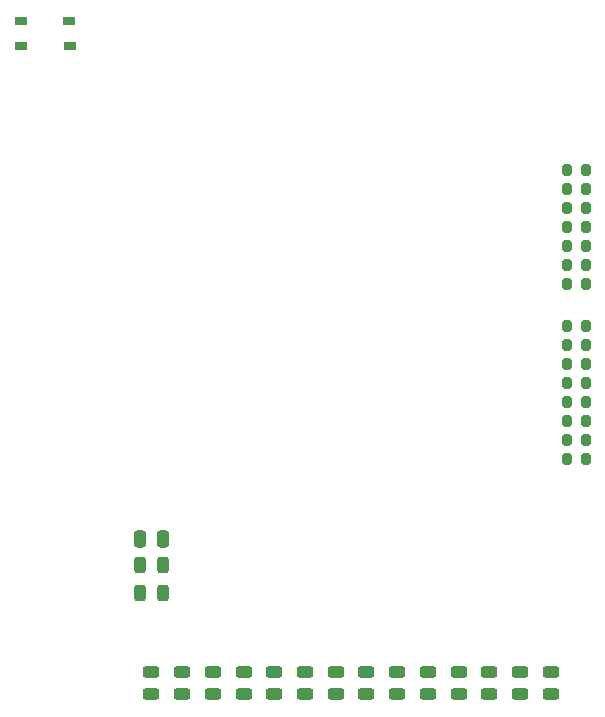
<source format=gbp>
%TF.GenerationSoftware,KiCad,Pcbnew,7.0.9*%
%TF.CreationDate,2025-04-01T16:19:29-06:00*%
%TF.ProjectId,Power_Supply_Brain,506f7765-725f-4537-9570-706c795f4272,rev?*%
%TF.SameCoordinates,Original*%
%TF.FileFunction,Paste,Bot*%
%TF.FilePolarity,Positive*%
%FSLAX46Y46*%
G04 Gerber Fmt 4.6, Leading zero omitted, Abs format (unit mm)*
G04 Created by KiCad (PCBNEW 7.0.9) date 2025-04-01 16:19:29*
%MOMM*%
%LPD*%
G01*
G04 APERTURE LIST*
G04 Aperture macros list*
%AMRoundRect*
0 Rectangle with rounded corners*
0 $1 Rounding radius*
0 $2 $3 $4 $5 $6 $7 $8 $9 X,Y pos of 4 corners*
0 Add a 4 corners polygon primitive as box body*
4,1,4,$2,$3,$4,$5,$6,$7,$8,$9,$2,$3,0*
0 Add four circle primitives for the rounded corners*
1,1,$1+$1,$2,$3*
1,1,$1+$1,$4,$5*
1,1,$1+$1,$6,$7*
1,1,$1+$1,$8,$9*
0 Add four rect primitives between the rounded corners*
20,1,$1+$1,$2,$3,$4,$5,0*
20,1,$1+$1,$4,$5,$6,$7,0*
20,1,$1+$1,$6,$7,$8,$9,0*
20,1,$1+$1,$8,$9,$2,$3,0*%
G04 Aperture macros list end*
%ADD10RoundRect,0.243750X-0.456250X0.243750X-0.456250X-0.243750X0.456250X-0.243750X0.456250X0.243750X0*%
%ADD11RoundRect,0.200000X0.200000X0.275000X-0.200000X0.275000X-0.200000X-0.275000X0.200000X-0.275000X0*%
%ADD12RoundRect,0.200000X-0.200000X-0.275000X0.200000X-0.275000X0.200000X0.275000X-0.200000X0.275000X0*%
%ADD13R,1.050000X0.650000*%
%ADD14RoundRect,0.250000X-0.250000X-0.475000X0.250000X-0.475000X0.250000X0.475000X-0.250000X0.475000X0*%
%ADD15RoundRect,0.243750X0.243750X0.456250X-0.243750X0.456250X-0.243750X-0.456250X0.243750X-0.456250X0*%
G04 APERTURE END LIST*
D10*
%TO.C,D14*%
X152200000Y-140262500D03*
X152200000Y-142137500D03*
%TD*%
D11*
%TO.C,R2*%
X170825000Y-107400000D03*
X169175000Y-107400000D03*
%TD*%
D12*
%TO.C,R8*%
X169175000Y-114200000D03*
X170825000Y-114200000D03*
%TD*%
D10*
%TO.C,D12*%
X147000000Y-140262500D03*
X147000000Y-142137500D03*
%TD*%
%TO.C,D7*%
X134000000Y-140262500D03*
X134000000Y-142137500D03*
%TD*%
D11*
%TO.C,R23*%
X170825000Y-104200000D03*
X169175000Y-104200000D03*
%TD*%
D10*
%TO.C,D9*%
X139200000Y-140262500D03*
X139200000Y-142137500D03*
%TD*%
D11*
%TO.C,R26*%
X170825000Y-102600000D03*
X169175000Y-102600000D03*
%TD*%
D12*
%TO.C,R10*%
X169175000Y-111000000D03*
X170825000Y-111000000D03*
%TD*%
D10*
%TO.C,D11*%
X144400000Y-140262500D03*
X144400000Y-142137500D03*
%TD*%
%TO.C,D8*%
X136600000Y-140262500D03*
X136600000Y-142137500D03*
%TD*%
D11*
%TO.C,R6*%
X170825000Y-97800000D03*
X169175000Y-97800000D03*
%TD*%
D10*
%TO.C,D17*%
X160000000Y-140262500D03*
X160000000Y-142137500D03*
%TD*%
%TO.C,D19*%
X165200000Y-140262500D03*
X165200000Y-142137500D03*
%TD*%
%TO.C,D13*%
X149600000Y-140262500D03*
X149600000Y-142137500D03*
%TD*%
D11*
%TO.C,R3*%
X170825000Y-105800000D03*
X169175000Y-105800000D03*
%TD*%
D10*
%TO.C,D15*%
X154800000Y-140262500D03*
X154800000Y-142137500D03*
%TD*%
D13*
%TO.C,SW1*%
X122925000Y-87275000D03*
X127075000Y-87275000D03*
X122925000Y-85125000D03*
X127050000Y-85125000D03*
%TD*%
D12*
%TO.C,R1*%
X169175000Y-99400000D03*
X170825000Y-99400000D03*
%TD*%
%TO.C,R9*%
X169175000Y-112600000D03*
X170825000Y-112600000D03*
%TD*%
%TO.C,R12*%
X169175000Y-122200000D03*
X170825000Y-122200000D03*
%TD*%
D14*
%TO.C,C26*%
X133050000Y-129000000D03*
X134950000Y-129000000D03*
%TD*%
D11*
%TO.C,R22*%
X170825000Y-119000000D03*
X169175000Y-119000000D03*
%TD*%
D15*
%TO.C,D6*%
X134937500Y-133600000D03*
X133062500Y-133600000D03*
%TD*%
D10*
%TO.C,D10*%
X141800000Y-140262500D03*
X141800000Y-142137500D03*
%TD*%
D11*
%TO.C,R28*%
X170825000Y-101000000D03*
X169175000Y-101000000D03*
%TD*%
D10*
%TO.C,D18*%
X162600000Y-140262500D03*
X162600000Y-142137500D03*
%TD*%
%TO.C,D20*%
X167800000Y-140262500D03*
X167800000Y-142137500D03*
%TD*%
%TO.C,D16*%
X157400000Y-140262500D03*
X157400000Y-142137500D03*
%TD*%
D15*
%TO.C,D5*%
X134937500Y-131200000D03*
X133062500Y-131200000D03*
%TD*%
D11*
%TO.C,R7*%
X170825000Y-115800000D03*
X169175000Y-115800000D03*
%TD*%
D12*
%TO.C,R11*%
X169175000Y-120600000D03*
X170825000Y-120600000D03*
%TD*%
D11*
%TO.C,R17*%
X170825000Y-117400000D03*
X169175000Y-117400000D03*
%TD*%
M02*

</source>
